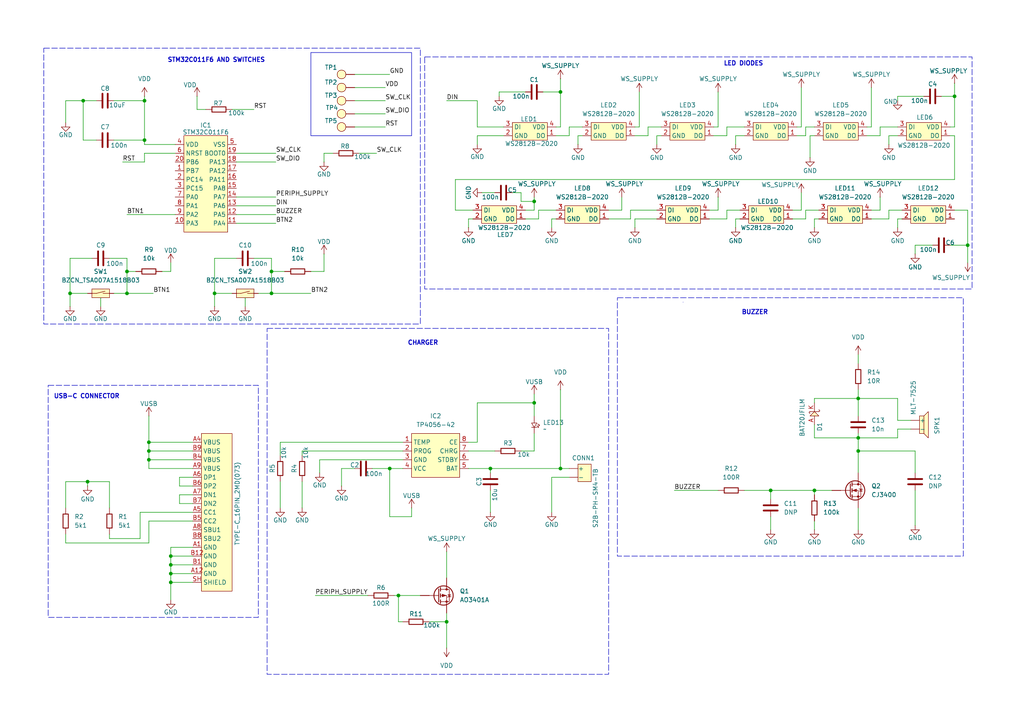
<source format=kicad_sch>
(kicad_sch (version 20231120) (generator "eeschema") (generator_version "8.0")
  (paper "A4")
  (lib_symbols
    (symbol "Borna KiCAD Library:BZCN_TSA007A1518B03" (pin_numbers hide) (pin_names hide)
      (property "Reference" "SW" (at 0 4.064 0))
      (property "Value" "BZCN_TSA007A1518B03" (at 0 2.286 0))
      (symbol "BZCN_TSA007A1518B03_1_1"
        (pin passive line (at -3.81 0 0) (length 1.27) (name "SW1") (number "1"))
        (pin passive line (at 3.81 0 180) (length 1.27) (name "SW2") (number "2"))
        (pin passive line (at 0 -1.27 0) (length 0) (name "PAD") (number "PAD"))
      )
    )
    (symbol "Borna KiCAD Library:C1206" (pin_numbers hide) (pin_names hide)
      (property "Reference" "C?" (at 0 3.81 0))
      (property "Value" "VALUE" (at 0 -3.81 0))
      (symbol "C1206_1_1"
        (pin passive line (at -2.54 0 0) (length 1.8) (name "~") (number "1"))
        (pin passive line (at 2.54 0 180) (length 1.8) (name "~") (number "2"))
      )
    )
    (symbol "Borna KiCAD Library:STM32C011F6"
      (property "Reference" "IC" (at -5.588 -15.24 0))
      (property "Value" "STM32C011F6" (at 0 14.986 0))
      (symbol "STM32C011F6_1_1"
        (pin passive line (at -8.89 3.81 0) (length 2.54) (name "PB7") (number "1"))
        (pin passive line (at -8.89 -11.43 0) (length 2.54) (name "PA3") (number "10"))
        (pin passive line (at 8.89 -11.43 180) (length 2.54) (name "PA4") (number "11"))
        (pin passive line (at 8.89 -8.89 180) (length 2.54) (name "PA5") (number "12"))
        (pin passive line (at 8.89 -6.35 180) (length 2.54) (name "PA6") (number "13"))
        (pin passive line (at 8.89 -3.81 180) (length 2.54) (name "PA7") (number "14"))
        (pin passive line (at 8.89 -1.27 180) (length 2.54) (name "PA8") (number "15"))
        (pin passive line (at 8.89 1.27 180) (length 2.54) (name "PA11") (number "16"))
        (pin passive line (at 8.89 3.81 180) (length 2.54) (name "PA12") (number "17"))
        (pin passive line (at 8.89 6.35 180) (length 2.54) (name "PA13") (number "18"))
        (pin passive line (at 8.89 8.89 180) (length 2.54) (name "BOOT0") (number "19"))
        (pin passive line (at -8.89 1.27 0) (length 2.54) (name "PC14") (number "2"))
        (pin passive line (at -8.89 6.35 0) (length 2.54) (name "PB6") (number "20"))
        (pin passive line (at -8.89 -1.27 0) (length 2.54) (name "PC15") (number "3"))
        (pin passive line (at -8.89 11.43 0) (length 2.54) (name "VDD") (number "4"))
        (pin passive line (at 8.89 11.43 180) (length 2.54) (name "VSS") (number "5"))
        (pin passive line (at -8.89 8.89 0) (length 2.54) (name "NRST") (number "6"))
        (pin passive line (at -8.89 -3.81 0) (length 2.54) (name "PA0") (number "7"))
        (pin passive line (at -8.89 -6.35 0) (length 2.54) (name "PA1") (number "8"))
        (pin passive line (at -8.89 -8.89 0) (length 2.54) (name "PA2") (number "9"))
      )
    )
    (symbol "Borna KiCAD Library:AO3401A" (pin_numbers hide) (pin_names hide)
      (property "Reference" "Q" (at 1.524 -3.556 0))
      (property "Value" "AO3401A" (at 3.556 0 90))
      (symbol "AO3401A_1_1"
        (pin input line (at -7.62 0 0) (length 2.54) (name "G") (number "1"))
        (pin passive line (at 0 5.08 270) (length 2.54) (name "D") (number "2"))
        (pin passive line (at 0 -5.08 90) (length 2.54) (name "S") (number "3"))
      )
    )
    (symbol "Borna KiCAD Library:BAT20JFILM" (pin_names hide)
      (property "Reference" "D" (at 0.762 -2.286 0))
      (property "Value" "BAT20JFILM" (at 0.762 2.54 0))
      (symbol "BAT20JFILM_1_1"
        (pin passive line (at -2.54 0 0) (length 2.54) (name "A") (number "A"))
        (pin passive line (at 3.81 0 180) (length 2.54) (name "K") (number "K"))
      )
    )
    (symbol "Borna KiCAD Library:BZCN_TSA007A1518B03" (pin_numbers hide) (pin_names hide)
      (property "Reference" "SW" (at 0 4.064 0))
      (property "Value" "BZCN_TSA007A1518B03" (at 0 2.286 0))
      (symbol "BZCN_TSA007A1518B03_1_1"
        (pin passive line (at -3.81 0 0) (length 1.27) (name "SW1") (number "1"))
        (pin passive line (at 3.81 0 180) (length 1.27) (name "SW2") (number "2"))
        (pin passive line (at 0 -1.27 0) (length 0) (name "PAD") (number "PAD"))
      )
    )
    (symbol "Borna KiCAD Library:C0603" (pin_numbers hide) (pin_names hide)
      (property "Reference" "C?" (at 0 3.81 0))
      (property "Value" "VALUE" (at 0 -3.81 0))
      (symbol "C0603_1_1"
        (pin passive line (at -2.54 0 0) (length 1.8) (name "~") (number "1"))
        (pin passive line (at 2.54 0 180) (length 1.8) (name "~") (number "2"))
      )
    )
    (symbol "Borna KiCAD Library:C1206" (pin_numbers hide) (pin_names hide)
      (property "Reference" "C?" (at 0 3.81 0))
      (property "Value" "VALUE" (at 0 -3.81 0))
      (symbol "C1206_1_1"
        (pin passive line (at -2.54 0 0) (length 1.8) (name "~") (number "1"))
        (pin passive line (at 2.54 0 180) (length 1.8) (name "~") (number "2"))
      )
    )
    (symbol "Borna KiCAD Library:CJ3400" (pin_numbers hide) (pin_names hide)
      (property "Reference" "Q" (at 1.524 -4.572 0))
      (property "Value" "CJ3400" (at 3.302 0 90))
      (symbol "CJ3400_1_1"
        (pin input line (at -7.62 0 0) (length 2.54) (name "G") (number "1"))
        (pin passive line (at 0 5.08 270) (length 2.54) (name "D") (number "2"))
        (pin passive line (at 0 -5.08 90) (length 2.54) (name "S") (number "3"))
      )
    )
    (symbol "Borna KiCAD Library:LED_0603" (pin_numbers hide) (pin_names hide)
      (property "Reference" "LED" (at 0 -1.778 0))
      (symbol "LED_0603_1_1"
        (pin passive line (at -2.54 0 0) (length 1.27) (name "A") (number "1"))
        (pin passive line (at 2.54 0 180) (length 1.27) (name "K") (number "2"))
      )
    )
    (symbol "Borna KiCAD Library:MLT-7525" (pin_numbers hide) (pin_names (offset 0.002))
      (property "Reference" "SPK" (at 0 -4.572 0))
      (property "Value" "MLT-7525" (at 3.81 0 90))
      (symbol "MLT-7525_1_1"
        (pin passive line (at -2.54 1.27 0) (length 2.54) (name "+") (number "+"))
        (pin passive line (at -2.54 -1.27 0) (length 2.54) (name "-") (number "-"))
      )
    )
    (symbol "Borna KiCAD Library:R0603" (pin_numbers hide) (pin_names hide)
      (property "Reference" "R?" (at 0 2.54 0))
      (property "Value" "VALUE" (at 0 -2.54 0))
      (symbol "R0603_1_1"
        (pin passive line (at -3.81 0 0) (length 1.7) (name "~") (number "1"))
        (pin passive line (at 3.81 0 180) (length 1.7) (name "~") (number "2"))
      )
    )
    (symbol "Borna KiCAD Library:S2B-PH-SM4-TB" (pin_numbers hide) (pin_names (offset 0.002))
      (property "Reference" "CONN" (at 1.778 -3.81 0))
      (property "Value" "S2B-PH-SM4-TB" (at 0.254 3.556 0))
      (symbol "S2B-PH-SM4-TB_1_1"
        (pin input line (at -2.54 1.27 0) (length 2.54) (name "+") (number "+"))
        (pin input line (at -2.54 -1.27 0) (length 2.54) (name "-") (number "-"))
      )
    )
    (symbol "Borna KiCAD Library:TP-1_5mm" (pin_numbers hide) (pin_names hide)
      (property "Reference" "TP" (at 0 -1.778 0))
      (symbol "TP-1_5mm_1_1"
        (pin input line (at 1.27 0 180) (length 2.54) (name "TP") (number "1"))
      )
    )
    (symbol "Borna KiCAD Library:TP4056-42"
      (property "Reference" "IC" (at -0.254 7.366 0))
      (property "Value" "TP4056-42" (at -0.254 -7.62 0))
      (symbol "TP4056-42_1_1"
        (pin passive line (at -10.16 3.81 0) (length 2.54) (name "TEMP") (number "1"))
        (pin passive line (at -10.16 1.27 0) (length 2.54) (name "PROG") (number "2"))
        (pin passive line (at -10.16 -1.27 0) (length 2.54) (name "GND") (number "3"))
        (pin passive line (at -10.16 -3.81 0) (length 2.54) (name "VCC") (number "4"))
        (pin passive line (at 8.89 -3.81 180) (length 2.54) (name "BAT") (number "5"))
        (pin passive line (at 8.89 -1.27 180) (length 2.54) (name "STDBY") (number "6"))
        (pin passive line (at 8.89 1.27 180) (length 2.54) (name "CHRG") (number "7"))
        (pin passive line (at 8.89 3.81 180) (length 2.54) (name "CE") (number "8"))
      )
    )
    (symbol "Borna KiCAD Library:TYPE-C_16PIN_2MD(073)"
      (property "Reference" "CONN" (at -0.254 -25.908 0))
      (property "Value" "TYPE-C_16PIN_2MD(073)" (at -0.254 -24.13 0))
      (symbol "TYPE-C_16PIN_2MD(073)_1_1"
        (pin passive line (at -6.35 -10.16 0) (length 2.54) (name "GND") (number "A1"))
        (pin passive line (at -6.35 -17.78 0) (length 2.54) (name "GND") (number "A12"))
        (pin passive line (at -6.35 20.32 0) (length 2.54) (name "VBUS") (number "A4"))
        (pin passive line (at -6.35 0 0) (length 2.54) (name "CC1") (number "A5"))
        (pin passive line (at -6.35 10.16 0) (length 2.54) (name "DP1") (number "A6"))
        (pin passive line (at -6.35 5.08 0) (length 2.54) (name "DN1") (number "A7"))
        (pin passive line (at -6.35 -5.08 0) (length 2.54) (name "SBU1") (number "A8"))
        (pin passive line (at -6.35 12.7 0) (length 2.54) (name "VBUS") (number "A9"))
        (pin passive line (at -6.35 -15.24 0) (length 2.54) (name "GND") (number "B1"))
        (pin passive line (at -6.35 -12.7 0) (length 2.54) (name "GND") (number "B12"))
        (pin passive line (at -6.35 15.24 0) (length 2.54) (name "VBUS") (number "B4"))
        (pin passive line (at -6.35 -2.54 0) (length 2.54) (name "CC2") (number "B5"))
        (pin passive line (at -6.35 7.62 0) (length 2.54) (name "DP2") (number "B6"))
        (pin passive line (at -6.35 2.54 0) (length 2.54) (name "DN2") (number "B7"))
        (pin passive line (at -6.35 -7.62 0) (length 2.54) (name "SBU2") (number "B8"))
        (pin passive line (at -6.35 17.78 0) (length 2.54) (name "VBUS") (number "B9"))
        (pin passive line (at -6.35 -20.32 0) (length 2.54) (name "SHIELD") (number "SH"))
      )
    )
    (symbol "Borna KiCAD Library:WS2812B-2020"
      (property "Reference" "LED" (at 0 3.81 0))
      (property "Value" "WS2812B-2020" (at 0.254 -3.81 0))
      (symbol "WS2812B-2020_1_1"
        (pin passive line (at 7.62 -1.27 180) (length 2.54) (name "DO") (number "1"))
        (pin passive line (at -7.62 -1.27 0) (length 2.54) (name "GND") (number "2"))
        (pin passive line (at -7.62 1.27 0) (length 2.54) (name "DI") (number "3"))
        (pin passive line (at 7.62 1.27 180) (length 2.54) (name "VDD") (number "4"))
      )
    )
    (symbol "power:GND" (power) (pin_numbers hide) (pin_names (offset 0) hide)
      (property "Value" "GND" (at 0 -3.81 0))
      (symbol "GND_1_1"
        (pin power_in line (at 0 0 270) (length 0) (name "~") (number "1"))
      )
    )
    (symbol "power:VCC" (power) (pin_numbers hide) (pin_names (offset 0) hide)
      (property "Value" "VCC" (at 0 3.556 0))
      (symbol "VCC_1_1"
        (pin power_in line (at 0 0 90) (length 0) (name "~") (number "1"))
      )
    )
    (symbol "power:VDD" (power) (pin_numbers hide) (pin_names (offset 0) hide)
      (property "Value" "VDD" (at 0 3.556 0))
      (symbol "VDD_1_1"
        (pin power_in line (at 0 0 90) (length 0) (name "~") (number "1"))
      )
    )
  )
  (junction (at 236.22 142.24))
  (junction (at 248.92 115.57))
  (junction (at 43.18 130.81))
  (junction (at 280.67 71.12))
  (junction (at 49.53 166.37))
  (junction (at 142.24 135.89))
  (junction (at 78.74 85.09))
  (junction (at 41.91 40.64))
  (junction (at 36.83 78.74))
  (junction (at 113.03 135.89))
  (junction (at 248.92 127))
  (junction (at 115.57 172.72))
  (junction (at 78.74 78.74))
  (junction (at 24.13 29.21))
  (junction (at 129.54 180.34))
  (junction (at 62.23 85.09))
  (junction (at 25.4 139.7))
  (junction (at 49.53 163.83))
  (junction (at 248.92 130.81))
  (junction (at 162.56 26.67))
  (junction (at 223.52 142.24))
  (junction (at 154.94 116.84))
  (junction (at 43.18 128.27))
  (junction (at 36.83 85.09))
  (junction (at 43.18 133.35))
  (junction (at 49.53 168.91))
  (junction (at 20.32 85.09))
  (junction (at 162.56 135.89))
  (junction (at 49.53 161.29))
  (junction (at 41.91 29.21))
  (junction (at 154.94 58.42))
  (junction (at 276.86 27.94))
  (wire (pts (xy 36.83 85.09) (xy 44.45 85.09)))
  (wire (pts (xy 151.13 130.81) (xy 154.94 130.81)))
  (wire (pts (xy 43.18 128.27) (xy 55.88 128.27)))
  (wire (pts (xy 78.74 78.74) (xy 78.74 85.09)))
  (wire (pts (xy 25.4 139.7) (xy 25.4 140.97)))
  (wire (pts (xy 52.07 143.51) (xy 52.07 146.05)))
  (wire (pts (xy 55.88 158.75) (xy 49.53 158.75)))
  (wire (pts (xy 24.13 40.64) (xy 24.13 29.21)))
  (wire (pts (xy 261.62 63.5) (xy 260.35 63.5)))
  (wire (pts (xy 162.56 135.89) (xy 165.1 135.89)))
  (wire (pts (xy 129.54 29.21) (xy 138.43 29.21)))
  (wire (pts (xy 168.91 39.37) (xy 167.64 39.37)))
  (wire (pts (xy 104.14 44.45) (xy 109.22 44.45)))
  (wire (pts (xy 113.03 135.89) (xy 113.03 149.86)))
  (wire (pts (xy 57.15 27.94) (xy 57.15 31.75)))
  (wire (pts (xy 265.43 142.24) (xy 265.43 152.4)))
  (wire (pts (xy 205.74 63.5) (xy 210.82 63.5)))
  (wire (pts (xy 210.82 36.83) (xy 215.9 36.83)))
  (wire (pts (xy 31.75 147.32) (xy 31.75 139.7)))
  (wire (pts (xy 232.41 55.88) (xy 232.41 60.96)))
  (wire (pts (xy 43.18 130.81) (xy 55.88 130.81)))
  (wire (pts (xy 43.18 157.48) (xy 19.05 157.48)))
  (wire (pts (xy 195.58 142.24) (xy 208.28 142.24)))
  (wire (pts (xy 33.02 29.21) (xy 41.91 29.21)))
  (wire (pts (xy 87.63 130.81) (xy 87.63 132.08)))
  (wire (pts (xy 78.74 85.09) (xy 90.17 85.09)))
  (wire (pts (xy 142.24 135.89) (xy 162.56 135.89)))
  (wire (pts (xy 146.05 39.37) (xy 138.43 39.37)))
  (wire (pts (xy 135.89 135.89) (xy 142.24 135.89)))
  (wire (pts (xy 27.94 40.64) (xy 24.13 40.64)))
  (wire (pts (xy 234.95 39.37) (xy 234.95 45.72)))
  (wire (pts (xy 187.96 36.83) (xy 191.77 36.83)))
  (wire (pts (xy 41.91 29.21) (xy 41.91 40.64)))
  (wire (pts (xy 91.44 172.72) (xy 106.68 172.72)))
  (wire (pts (xy 229.87 63.5) (xy 233.68 63.5)))
  (wire (pts (xy 129.54 177.8) (xy 129.54 180.34)))
  (wire (pts (xy 231.14 36.83) (xy 232.41 36.83)))
  (wire (pts (xy 233.68 39.37) (xy 233.68 36.83)))
  (wire (pts (xy 184.15 63.5) (xy 184.15 66.04)))
  (wire (pts (xy 31.75 139.7) (xy 25.4 139.7)))
  (wire (pts (xy 233.68 60.96) (xy 237.49 60.96)))
  (wire (pts (xy 257.81 39.37) (xy 257.81 41.91)))
  (wire (pts (xy 142.24 142.24) (xy 142.24 148.59)))
  (wire (pts (xy 36.83 78.74) (xy 39.37 78.74)))
  (wire (pts (xy 248.92 102.87) (xy 248.92 105.41)))
  (wire (pts (xy 71.12 86.36) (xy 71.12 88.9)))
  (wire (pts (xy 68.58 59.69) (xy 80.01 59.69)))
  (wire (pts (xy 36.83 62.23) (xy 50.8 62.23)))
  (wire (pts (xy 210.82 63.5) (xy 210.82 60.96)))
  (wire (pts (xy 49.53 166.37) (xy 49.53 168.91)))
  (wire (pts (xy 162.56 113.03) (xy 162.56 135.89)))
  (wire (pts (xy 176.53 60.96) (xy 180.34 60.96)))
  (wire (pts (xy 55.88 135.89) (xy 43.18 135.89)))
  (wire (pts (xy 273.05 27.94) (xy 276.86 27.94)))
  (wire (pts (xy 43.18 128.27) (xy 43.18 130.81)))
  (wire (pts (xy 205.74 60.96) (xy 208.28 60.96)))
  (wire (pts (xy 26.67 74.93) (xy 20.32 74.93)))
  (wire (pts (xy 102.87 29.21) (xy 111.76 29.21)))
  (wire (pts (xy 160.02 63.5) (xy 160.02 66.04)))
  (wire (pts (xy 92.71 133.35) (xy 92.71 137.16)))
  (wire (pts (xy 49.53 161.29) (xy 55.88 161.29)))
  (wire (pts (xy 67.31 31.75) (xy 73.66 31.75)))
  (wire (pts (xy 236.22 39.37) (xy 234.95 39.37)))
  (wire (pts (xy 236.22 142.24) (xy 236.22 143.51)))
  (wire (pts (xy 157.48 26.67) (xy 162.56 26.67)))
  (wire (pts (xy 162.56 26.67) (xy 162.56 36.83)))
  (wire (pts (xy 161.29 39.37) (xy 165.1 39.37)))
  (wire (pts (xy 275.59 71.12) (xy 280.67 71.12)))
  (wire (pts (xy 260.35 127) (xy 260.35 124.46)))
  (wire (pts (xy 33.02 40.64) (xy 41.91 40.64)))
  (wire (pts (xy 154.94 130.81) (xy 154.94 125.73)))
  (wire (pts (xy 223.52 142.24) (xy 236.22 142.24)))
  (wire (pts (xy 187.96 39.37) (xy 187.96 36.83)))
  (wire (pts (xy 251.46 36.83) (xy 252.73 36.83)))
  (wire (pts (xy 154.94 60.96) (xy 154.94 58.42)))
  (wire (pts (xy 68.58 44.45) (xy 80.01 44.45)))
  (wire (pts (xy 81.28 128.27) (xy 81.28 132.08)))
  (wire (pts (xy 62.23 85.09) (xy 62.23 88.9)))
  (wire (pts (xy 132.08 60.96) (xy 137.16 60.96)))
  (wire (pts (xy 43.18 151.13) (xy 43.18 157.48)))
  (wire (pts (xy 236.22 151.13) (xy 236.22 153.67)))
  (wire (pts (xy 31.75 74.93) (xy 36.83 74.93)))
  (wire (pts (xy 151.13 58.42) (xy 154.94 58.42)))
  (wire (pts (xy 52.07 146.05) (xy 55.88 146.05)))
  (wire (pts (xy 87.63 130.81) (xy 116.84 130.81)))
  (wire (pts (xy 55.88 148.59) (xy 40.64 148.59)))
  (wire (pts (xy 223.52 149.86) (xy 223.52 153.67)))
  (wire (pts (xy 55.88 138.43) (xy 52.07 138.43)))
  (wire (pts (xy 215.9 142.24) (xy 223.52 142.24)))
  (wire (pts (xy 236.22 63.5) (xy 236.22 66.04)))
  (wire (pts (xy 59.69 31.75) (xy 57.15 31.75)))
  (wire (pts (xy 161.29 63.5) (xy 160.02 63.5)))
  (wire (pts (xy 152.4 26.67) (xy 144.78 26.67)))
  (wire (pts (xy 36.83 78.74) (xy 36.83 85.09)))
  (wire (pts (xy 213.36 63.5) (xy 213.36 66.04)))
  (wire (pts (xy 210.82 60.96) (xy 214.63 60.96)))
  (wire (pts (xy 19.05 139.7) (xy 25.4 139.7)))
  (wire (pts (xy 55.88 151.13) (xy 43.18 151.13)))
  (wire (pts (xy 49.53 166.37) (xy 55.88 166.37)))
  (wire (pts (xy 81.28 128.27) (xy 116.84 128.27)))
  (wire (pts (xy 129.54 180.34) (xy 129.54 187.96)))
  (wire (pts (xy 280.67 60.96) (xy 280.67 71.12)))
  (wire (pts (xy 135.89 63.5) (xy 135.89 66.04)))
  (wire (pts (xy 236.22 142.24) (xy 241.3 142.24)))
  (wire (pts (xy 248.92 147.32) (xy 248.92 153.67)))
  (wire (pts (xy 40.64 148.59) (xy 40.64 156.21)))
  (wire (pts (xy 213.36 39.37) (xy 213.36 41.91)))
  (wire (pts (xy 248.92 113.03) (xy 248.92 115.57)))
  (wire (pts (xy 154.94 58.42) (xy 154.94 57.15)))
  (wire (pts (xy 93.98 73.66) (xy 93.98 78.74)))
  (wire (pts (xy 107.95 135.89) (xy 113.03 135.89)))
  (wire (pts (xy 99.06 135.89) (xy 99.06 140.97)))
  (wire (pts (xy 132.08 52.07) (xy 132.08 60.96)))
  (wire (pts (xy 50.8 44.45) (xy 41.91 44.45)))
  (wire (pts (xy 74.93 85.09) (xy 78.74 85.09)))
  (wire (pts (xy 113.03 149.86) (xy 119.38 149.86)))
  (wire (pts (xy 248.92 127) (xy 260.35 127)))
  (wire (pts (xy 248.92 130.81) (xy 248.92 137.16)))
  (wire (pts (xy 19.05 29.21) (xy 24.13 29.21)))
  (wire (pts (xy 265.43 71.12) (xy 265.43 73.66)))
  (wire (pts (xy 102.87 25.4) (xy 111.76 25.4)))
  (wire (pts (xy 232.41 25.4) (xy 232.41 36.83)))
  (wire (pts (xy 78.74 78.74) (xy 82.55 78.74)))
  (wire (pts (xy 90.17 78.74) (xy 93.98 78.74)))
  (wire (pts (xy 260.35 115.57) (xy 260.35 121.92)))
  (wire (pts (xy 167.64 39.37) (xy 167.64 41.91)))
  (wire (pts (xy 255.27 57.15) (xy 255.27 60.96)))
  (wire (pts (xy 280.67 71.12) (xy 280.67 76.2)))
  (wire (pts (xy 138.43 116.84) (xy 154.94 116.84)))
  (wire (pts (xy 165.1 138.43) (xy 160.02 138.43)))
  (wire (pts (xy 49.53 168.91) (xy 55.88 168.91)))
  (wire (pts (xy 152.4 63.5) (xy 156.21 63.5)))
  (wire (pts (xy 114.3 172.72) (xy 115.57 172.72)))
  (wire (pts (xy 210.82 39.37) (xy 210.82 36.83)))
  (wire (pts (xy 68.58 64.77) (xy 80.01 64.77)))
  (wire (pts (xy 185.42 26.67) (xy 185.42 36.83)))
  (wire (pts (xy 236.22 115.57) (xy 248.92 115.57)))
  (wire (pts (xy 142.24 135.89) (xy 142.24 137.16)))
  (wire (pts (xy 276.86 60.96) (xy 280.67 60.96)))
  (wire (pts (xy 223.52 142.24) (xy 223.52 144.78)))
  (wire (pts (xy 248.92 127) (xy 248.92 130.81)))
  (wire (pts (xy 146.05 36.83) (xy 138.43 36.83)))
  (wire (pts (xy 207.01 36.83) (xy 208.28 36.83)))
  (wire (pts (xy 248.92 125.73) (xy 248.92 127)))
  (wire (pts (xy 208.28 57.15) (xy 208.28 60.96)))
  (wire (pts (xy 62.23 74.93) (xy 62.23 85.09)))
  (wire (pts (xy 102.87 21.59) (xy 113.03 21.59)))
  (wire (pts (xy 138.43 39.37) (xy 138.43 41.91)))
  (wire (pts (xy 276.86 52.07) (xy 132.08 52.07)))
  (wire (pts (xy 165.1 39.37) (xy 165.1 36.83)))
  (wire (pts (xy 275.59 39.37) (xy 276.86 39.37)))
  (wire (pts (xy 24.13 29.21) (xy 27.94 29.21)))
  (wire (pts (xy 260.35 27.94) (xy 260.35 29.21)))
  (wire (pts (xy 231.14 39.37) (xy 233.68 39.37)))
  (wire (pts (xy 49.53 161.29) (xy 49.53 163.83)))
  (wire (pts (xy 124.46 180.34) (xy 129.54 180.34)))
  (wire (pts (xy 50.8 41.91) (xy 41.91 41.91)))
  (wire (pts (xy 270.51 71.12) (xy 265.43 71.12)))
  (wire (pts (xy 62.23 85.09) (xy 67.31 85.09)))
  (wire (pts (xy 43.18 133.35) (xy 43.18 135.89)))
  (wire (pts (xy 233.68 36.83) (xy 236.22 36.83)))
  (wire (pts (xy 215.9 39.37) (xy 213.36 39.37)))
  (wire (pts (xy 156.21 63.5) (xy 156.21 60.96)))
  (wire (pts (xy 33.02 85.09) (xy 36.83 85.09)))
  (wire (pts (xy 144.78 26.67) (xy 144.78 27.94)))
  (wire (pts (xy 248.92 127) (xy 236.22 127)))
  (wire (pts (xy 49.53 168.91) (xy 49.53 173.99)))
  (wire (pts (xy 49.53 76.2) (xy 49.53 78.74)))
  (wire (pts (xy 260.35 124.46) (xy 264.16 124.46)))
  (wire (pts (xy 49.53 163.83) (xy 49.53 166.37)))
  (wire (pts (xy 52.07 140.97) (xy 55.88 140.97)))
  (wire (pts (xy 35.56 46.99) (xy 41.91 46.99)))
  (wire (pts (xy 154.94 116.84) (xy 154.94 120.65)))
  (wire (pts (xy 236.22 123.19) (xy 236.22 127)))
  (wire (pts (xy 191.77 39.37) (xy 190.5 39.37)))
  (wire (pts (xy 49.53 158.75) (xy 49.53 161.29)))
  (wire (pts (xy 49.53 163.83) (xy 55.88 163.83)))
  (wire (pts (xy 162.56 22.86) (xy 162.56 26.67)))
  (wire (pts (xy 276.86 27.94) (xy 276.86 36.83)))
  (wire (pts (xy 87.63 139.7) (xy 87.63 147.32)))
  (wire (pts (xy 208.28 26.67) (xy 208.28 36.83)))
  (wire (pts (xy 260.35 39.37) (xy 257.81 39.37)))
  (wire (pts (xy 255.27 39.37) (xy 255.27 36.83)))
  (wire (pts (xy 68.58 46.99) (xy 80.01 46.99)))
  (wire (pts (xy 248.92 130.81) (xy 265.43 130.81)))
  (wire (pts (xy 43.18 120.65) (xy 43.18 128.27)))
  (wire (pts (xy 252.73 60.96) (xy 255.27 60.96)))
  (wire (pts (xy 41.91 27.94) (xy 41.91 29.21)))
  (wire (pts (xy 19.05 157.48) (xy 19.05 154.94)))
  (wire (pts (xy 180.34 57.15) (xy 180.34 60.96)))
  (wire (pts (xy 156.21 60.96) (xy 161.29 60.96)))
  (wire (pts (xy 116.84 180.34) (xy 115.57 180.34)))
  (wire (pts (xy 260.35 63.5) (xy 260.35 66.04)))
  (wire (pts (xy 237.49 63.5) (xy 236.22 63.5)))
  (wire (pts (xy 275.59 36.83) (xy 276.86 36.83)))
  (wire (pts (xy 68.58 62.23) (xy 80.01 62.23)))
  (wire (pts (xy 102.87 135.89) (xy 99.06 135.89)))
  (wire (pts (xy 152.4 60.96) (xy 154.94 60.96)))
  (wire (pts (xy 248.92 115.57) (xy 260.35 115.57)))
  (wire (pts (xy 68.58 74.93) (xy 62.23 74.93)))
  (wire (pts (xy 46.99 78.74) (xy 49.53 78.74)))
  (wire (pts (xy 29.21 86.36) (xy 29.21 88.9)))
  (wire (pts (xy 229.87 60.96) (xy 232.41 60.96)))
  (wire (pts (xy 81.28 139.7) (xy 81.28 147.32)))
  (wire (pts (xy 176.53 63.5) (xy 182.88 63.5)))
  (wire (pts (xy 251.46 39.37) (xy 255.27 39.37)))
  (wire (pts (xy 113.03 135.89) (xy 116.84 135.89)))
  (wire (pts (xy 52.07 138.43) (xy 52.07 140.97)))
  (wire (pts (xy 257.81 60.96) (xy 261.62 60.96)))
  (wire (pts (xy 41.91 40.64) (xy 41.91 41.91)))
  (wire (pts (xy 264.16 121.92) (xy 260.35 121.92)))
  (wire (pts (xy 184.15 39.37) (xy 187.96 39.37)))
  (wire (pts (xy 148.59 55.88) (xy 151.13 55.88)))
  (wire (pts (xy 160.02 138.43) (xy 160.02 148.59)))
  (wire (pts (xy 257.81 63.5) (xy 257.81 60.96)))
  (wire (pts (xy 137.16 63.5) (xy 135.89 63.5)))
  (wire (pts (xy 139.7 55.88) (xy 143.51 55.88)))
  (wire (pts (xy 182.88 60.96) (xy 190.5 60.96)))
  (wire (pts (xy 116.84 133.35) (xy 92.71 133.35)))
  (wire (pts (xy 138.43 128.27) (xy 138.43 116.84)))
  (wire (pts (xy 154.94 114.3) (xy 154.94 116.84)))
  (wire (pts (xy 252.73 63.5) (xy 257.81 63.5)))
  (wire (pts (xy 135.89 130.81) (xy 143.51 130.81)))
  (wire (pts (xy 151.13 55.88) (xy 151.13 58.42)))
  (wire (pts (xy 252.73 25.4) (xy 252.73 36.83)))
  (wire (pts (xy 236.22 116.84) (xy 236.22 115.57)))
  (wire (pts (xy 214.63 63.5) (xy 213.36 63.5)))
  (wire (pts (xy 129.54 160.02) (xy 129.54 167.64)))
  (wire (pts (xy 55.88 143.51) (xy 52.07 143.51)))
  (wire (pts (xy 19.05 29.21) (xy 19.05 35.56)))
  (wire (pts (xy 41.91 44.45) (xy 41.91 46.99)))
  (wire (pts (xy 20.32 74.93) (xy 20.32 85.09)))
  (wire (pts (xy 102.87 36.83) (xy 111.76 36.83)))
  (wire (pts (xy 135.89 128.27) (xy 138.43 128.27)))
  (wire (pts (xy 20.32 85.09) (xy 20.32 88.9)))
  (wire (pts (xy 31.75 156.21) (xy 31.75 154.94)))
  (wire (pts (xy 276.86 24.13) (xy 276.86 27.94)))
  (wire (pts (xy 190.5 63.5) (xy 184.15 63.5)))
  (wire (pts (xy 255.27 36.83) (xy 260.35 36.83)))
  (wire (pts (xy 19.05 147.32) (xy 19.05 139.7)))
  (wire (pts (xy 96.52 44.45) (xy 93.98 44.45)))
  (wire (pts (xy 115.57 172.72) (xy 121.92 172.72)))
  (wire (pts (xy 190.5 39.37) (xy 190.5 41.91)))
  (wire (pts (xy 161.29 36.83) (xy 162.56 36.83)))
  (wire (pts (xy 73.66 74.93) (xy 78.74 74.93)))
  (wire (pts (xy 102.87 33.02) (xy 111.76 33.02)))
  (wire (pts (xy 93.98 44.45) (xy 93.98 46.99)))
  (wire (pts (xy 68.58 57.15) (xy 80.01 57.15)))
  (wire (pts (xy 165.1 36.83) (xy 168.91 36.83)))
  (wire (pts (xy 115.57 172.72) (xy 115.57 180.34)))
  (wire (pts (xy 182.88 63.5) (xy 182.88 60.96)))
  (wire (pts (xy 43.18 133.35) (xy 55.88 133.35)))
  (wire (pts (xy 25.4 85.09) (xy 20.32 85.09)))
  (wire (pts (xy 248.92 115.57) (xy 248.92 120.65)))
  (wire (pts (xy 233.68 63.5) (xy 233.68 60.96)))
  (wire (pts (xy 267.97 27.94) (xy 260.35 27.94)))
  (wire (pts (xy 184.15 36.83) (xy 185.42 36.83)))
  (wire (pts (xy 36.83 74.93) (xy 36.83 78.74)))
  (wire (pts (xy 40.64 156.21) (xy 31.75 156.21)))
  (wire (pts (xy 276.86 39.37) (xy 276.86 52.07)))
  (wire (pts (xy 43.18 130.81) (xy 43.18 133.35)))
  (wire (pts (xy 265.43 130.81) (xy 265.43 137.16)))
  (wire (pts (xy 207.01 39.37) (xy 210.82 39.37)))
  (wire (pts (xy 138.43 29.21) (xy 138.43 36.83)))
  (wire (pts (xy 119.38 147.32) (xy 119.38 149.86)))
  (wire (pts (xy 78.74 74.93) (xy 78.74 78.74)))
  (rectangle (start 13.97 111.76) (end 74.93 179.07) (stroke (width 0) (type dash)))
  (rectangle (start 123.19 16.51) (end 281.94 83.82) (stroke (width 0) (type dash)))
  (rectangle (start 198.12 87.63) (end 198.12 87.63))
  (rectangle (start 90.17 15.24) (end 119.38 39.37))
  (rectangle (start 12.7 13.97) (end 121.92 93.98) (stroke (width 0) (type dash)))
  (rectangle (start 179.07 86.36) (end 279.4 161.29) (stroke (width 0) (type dash)))
  (rectangle (start 77.47 95.25) (end 176.53 195.58) (stroke (width 0) (type dash)))
  (text "BUZZER" (at 218.948 90.678 0) (effects (font (size 1.27 1.27) (thickness 0.254) (bold yes))))
  (text "CHARGER" (at 122.682 99.568 0) (effects (font (size 1.27 1.27) (thickness 0.254) (bold yes))))
  (text "STM32C011F6 AND SWITCHES\n" (at 62.738 17.526 0) (effects (font (size 1.27 1.27) (thickness 0.254) (bold yes))))
  (text "LED DIODES\n" (at 215.646 18.542 0) (effects (font (size 1.27 1.27) (thickness 0.254) (bold yes))))
  (text "USB-C CONNECTOR" (at 25.146 115.062 0) (effects (font (size 1.27 1.27) (thickness 0.254) (bold yes))))
  (label "PERIPH_SUPPLY" (at 91.44 172.72 0))
  (label "PERIPH_SUPPLY" (at 80.01 57.15 0))
  (label "BUZZER" (at 195.58 142.24 0))
  (label "SW_DIO" (at 80.01 46.99 0))
  (label "DIN" (at 80.01 59.69 0))
  (label "SW_CLK" (at 80.01 44.45 0))
  (label "RST" (at 73.66 31.75 0))
  (label "SW_DIO" (at 111.76 33.02 0))
  (label "BUZZER" (at 80.01 62.23 0))
  (label "BTN2" (at 80.01 64.77 0))
  (label "VDD" (at 111.76 25.4 0))
  (label "GND" (at 113.03 21.59 0))
  (label "DIN" (at 129.54 29.21 0))
  (label "SW_CLK" (at 109.22 44.45 0))
  (label "RST" (at 111.76 36.83 0))
  (label "SW_CLK" (at 111.76 29.21 0))
  (label "BTN1" (at 36.83 62.23 0))
  (label "BTN2" (at 90.17 85.09 0))
  (label "RST" (at 35.56 46.99 0))
  (label "BTN1" (at 44.45 85.09 0))
  (symbol (lib_id "power:GND") (at 62.23 88.9 0) (unit 1)
    (property "Reference" "#PWR047" (effects (hide yes)))
    (property "Value" "GND" (at 62.23 92.456 0))
    (property "Description" "Power symbol creates a global label with name \"GND\" , ground" (effects (hide yes)))
  )
  (symbol (lib_id "power:VCC") (at 57.15 27.94 0) (unit 1)
    (property "Reference" "#PWR043" (effects (hide yes)))
    (property "Value" "VDD" (at 55.118 24.638 0))
    (property "Description" "Power symbol creates a global label with name \"VCC\"" (effects (hide yes)))
  )
  (symbol (lib_id "power:GND") (at 29.21 88.9 0) (mirror y) (unit 1)
    (property "Reference" "#PWR057" (effects (hide yes)))
    (property "Value" "GND" (at 29.21 92.456 0))
    (property "Description" "Power symbol creates a global label with name \"GND\" , ground" (effects (hide yes)))
  )
  (symbol (lib_id "power:GND") (at 99.06 140.97 0) (unit 1)
    (property "Reference" "#PWR018" (effects (hide yes)))
    (property "Value" "GND" (at 99.06 144.526 0))
    (property "Description" "Power symbol creates a global label with name \"GND\" , ground" (effects (hide yes)))
  )
  (symbol (lib_id "Borna KiCAD Library:TP-1_5mm") (at 101.6 36.83 0) (unit 1)
    (property "Reference" "TP5" (at 96.012 35.052 0))
    (property "Footprint" "Borna KiCAD Library:TP-1_5mm" (effects (hide yes)))
  )
  (symbol (lib_id "Borna KiCAD Library:R0603") (at 120.65 180.34 0) (unit 1)
    (property "Reference" "R11" (at 120.65 178.054 0))
    (property "Value" "100k" (at 125.222 181.356 0))
    (property "Footprint" "Borna KiCAD Library:R0603" (effects (hide yes)))
  )
  (symbol (lib_id "Borna KiCAD Library:WS2812B-2020") (at 144.78 62.23 0) (unit 1)
    (property "Reference" "LED7" (at 146.558 68.072 0))
    (property "Value" "WS2812B-2020" (at 146.304 66.04 0))
    (property "Footprint" "Borna KiCAD Library:WS2812B-2020" (effects (hide yes)))
  )
  (symbol (lib_id "power:GND") (at 248.92 153.67 0) (unit 1)
    (property "Reference" "#PWR053" (effects (hide yes)))
    (property "Value" "GND" (at 248.92 157.226 0))
    (property "Description" "Power symbol creates a global label with name \"GND\" , ground" (effects (hide yes)))
  )
  (symbol (lib_id "power:GND") (at 49.53 173.99 0) (unit 1)
    (property "Reference" "#PWR013" (effects (hide yes)))
    (property "Value" "GND" (at 49.53 177.546 0))
    (property "Description" "Power symbol creates a global label with name \"GND\" , ground" (effects (hide yes)))
  )
  (symbol (lib_id "power:GND") (at 93.98 46.99 0) (unit 1)
    (property "Reference" "#PWR044" (effects (hide yes)))
    (property "Value" "GND" (at 93.98 50.546 0))
    (property "Description" "Power symbol creates a global label with name \"GND\" , ground" (effects (hide yes)))
  )
  (symbol (lib_id "Borna KiCAD Library:C0603") (at 265.43 139.7 90) (unit 1)
    (property "Reference" "C12" (at 269.24 138.4299 90) (effects (justify right)))
    (property "Value" "DNP" (at 269.24 140.9699 90) (effects (justify right)))
    (property "Footprint" "Borna KiCAD Library:C0603" (effects (hide yes)))
  )
  (symbol (lib_id "Borna KiCAD Library:WS2812B-2020") (at 269.24 62.23 0) (unit 1)
    (property "Reference" "LED12" (at 269.24 54.61 0))
    (property "Value" "WS2812B-2020" (at 269.24 57.15 0))
    (property "Footprint" "Borna KiCAD Library:WS2812B-2020" (effects (hide yes)))
  )
  (symbol (lib_id "power:VDD") (at 280.67 76.2 180) (unit 1)
    (property "Reference" "#PWR041" (effects (hide yes)))
    (property "Value" "WS_SUPPLY" (at 275.844 80.518 0))
    (property "Description" "Power symbol creates a global label with name \"VDD\"" (effects (hide yes)))
  )
  (symbol (lib_id "Borna KiCAD Library:WS2812B-2020") (at 198.12 62.23 0) (unit 1)
    (property "Reference" "LED9" (at 198.12 54.61 0))
    (property "Value" "WS2812B-2020" (at 198.12 57.15 0))
    (property "Footprint" "Borna KiCAD Library:WS2812B-2020" (effects (hide yes)))
  )
  (symbol (lib_id "power:GND") (at 184.15 66.04 0) (unit 1)
    (property "Reference" "#PWR09" (effects (hide yes)))
    (property "Value" "GND" (at 184.15 69.85 0))
    (property "Description" "Power symbol creates a global label with name \"GND\" , ground" (effects (hide yes)))
  )
  (symbol (lib_id "Borna KiCAD Library:WS2812B-2020") (at 222.25 62.23 0) (unit 1)
    (property "Reference" "LED10" (at 222.758 58.42 0))
    (property "Value" "WS2812B-2020" (at 222.504 66.04 0))
    (property "Footprint" "Borna KiCAD Library:WS2812B-2020" (effects (hide yes)))
  )
  (symbol (lib_id "power:GND") (at 265.43 152.4 0) (unit 1)
    (property "Reference" "#PWR054" (effects (hide yes)))
    (property "Value" "GND" (at 265.43 155.956 0))
    (property "Description" "Power symbol creates a global label with name \"GND\" , ground" (effects (hide yes)))
  )
  (symbol (lib_id "Borna KiCAD Library:C0603") (at 29.21 74.93 0) (unit 1)
    (property "Reference" "C9" (at 29.21 71.12 0))
    (property "Value" "100n" (at 33.274 76.454 0))
    (property "Footprint" "Borna KiCAD Library:C0603" (effects (hide yes)))
  )
  (symbol (lib_id "power:GND") (at 71.12 88.9 0) (unit 1)
    (property "Reference" "#PWR056" (effects (hide yes)))
    (property "Value" "GND" (at 71.12 92.456 0))
    (property "Description" "Power symbol creates a global label with name \"GND\" , ground" (effects (hide yes)))
  )
  (symbol (lib_id "power:GND") (at 25.4 140.97 0) (unit 1)
    (property "Reference" "#PWR015" (effects (hide yes)))
    (property "Value" "GND" (at 25.4 144.78 0))
    (property "Description" "Power symbol creates a global label with name \"GND\" , ground" (effects (hide yes)))
  )
  (symbol (lib_id "power:VDD") (at 154.94 57.15 0) (unit 1)
    (property "Reference" "#PWR034" (effects (hide yes)))
    (property "Value" "WS_SUPPLY" (at 155.702 53.34 0))
    (property "Description" "Power symbol creates a global label with name \"VDD\"" (effects (hide yes)))
  )
  (symbol (lib_id "Borna KiCAD Library:BAT20JFILM") (at 236.22 120.65 90) (unit 1)
    (property "Reference" "D1" (at 237.744 122.428 0) (effects (justify right)))
    (property "Value" "BAT20JFILM" (at 232.664 115.57 0) (effects (justify right)))
    (property "Footprint" "Borna KiCAD Library:SOD323" (effects (hide yes)))
  )
  (symbol (lib_id "power:GND") (at 144.78 27.94 0) (unit 1)
    (property "Reference" "#PWR032" (effects (hide yes)))
    (property "Value" "GND" (at 144.78 31.496 0))
    (property "Description" "Power symbol creates a global label with name \"GND\" , ground" (effects (hide yes)))
  )
  (symbol (lib_id "Borna KiCAD Library:C0603") (at 270.51 27.94 0) (unit 1)
    (property "Reference" "C4" (at 270.51 24.384 0))
    (property "Value" "100n" (at 266.7 29.21 0))
    (property "Footprint" "Borna KiCAD Library:C0603" (effects (hide yes)))
  )
  (symbol (lib_id "Borna KiCAD Library:WS2812B-2020") (at 223.52 38.1 0) (unit 1)
    (property "Reference" "LED4" (at 223.52 30.48 0))
    (property "Value" "WS2812B-2020" (at 223.52 33.02 0))
    (property "Footprint" "Borna KiCAD Library:WS2812B-2020" (effects (hide yes)))
  )
  (symbol (lib_id "power:GND") (at 81.28 147.32 0) (unit 1)
    (property "Reference" "#PWR025" (effects (hide yes)))
    (property "Value" "GND" (at 81.28 150.876 0))
    (property "Description" "Power symbol creates a global label with name \"GND\" , ground" (effects (hide yes)))
  )
  (symbol (lib_id "power:VDD") (at 248.92 102.87 0) (unit 1)
    (property "Reference" "#PWR055" (effects (hide yes)))
    (property "Value" "VDD" (at 248.92 97.79 0))
    (property "Description" "Power symbol creates a global label with name \"VDD\"" (effects (hide yes)))
  )
  (symbol (lib_id "power:VCC") (at 93.98 73.66 0) (unit 1)
    (property "Reference" "#PWR048" (effects (hide yes)))
    (property "Value" "VDD" (at 93.98 70.104 0))
    (property "Description" "Power symbol creates a global label with name \"VCC\"" (effects (hide yes)))
  )
  (symbol (lib_id "Borna KiCAD Library:C0603") (at 30.48 40.64 0) (unit 1)
    (property "Reference" "C7" (at 30.48 36.83 0))
    (property "Value" "100n" (at 34.544 42.164 0))
    (property "Footprint" "Borna KiCAD Library:C0603" (effects (hide yes)))
  )
  (symbol (lib_id "power:VDD") (at 255.27 57.15 0) (unit 1)
    (property "Reference" "#PWR039" (effects (hide yes)))
    (property "Value" "WS_SUPPLY" (at 256.032 53.34 0))
    (property "Description" "Power symbol creates a global label with name \"VDD\"" (effects (hide yes)))
  )
  (symbol (lib_id "Borna KiCAD Library:C1206") (at 30.48 29.21 0) (unit 1)
    (property "Reference" "C8" (at 30.48 25.654 0))
    (property "Value" "10uF" (at 34.036 30.48 0))
    (property "Footprint" "Borna KiCAD Library:C1206" (effects (hide yes)))
  )
  (symbol (lib_id "power:GND") (at 190.5 41.91 0) (unit 1)
    (property "Reference" "#PWR03" (effects (hide yes)))
    (property "Value" "GND" (at 190.5 45.72 0))
    (property "Description" "Power symbol creates a global label with name \"GND\" , ground" (effects (hide yes)))
  )
  (symbol (lib_id "Borna KiCAD Library:WS2812B-2020") (at 153.67 38.1 0) (unit 1)
    (property "Reference" "LED1" (at 153.416 34.544 0))
    (property "Value" "WS2812B-2020" (at 154.178 41.656 0))
    (property "Footprint" "Borna KiCAD Library:WS2812B-2020" (effects (hide yes)))
  )
  (symbol (lib_id "Borna KiCAD Library:R0603") (at 87.63 135.89 90) (unit 1)
    (property "Reference" "R4" (at 85.344 135.89 0))
    (property "Value" "10k" (at 88.646 131.318 0))
    (property "Footprint" "Borna KiCAD Library:R0603" (effects (hide yes)))
  )
  (symbol (lib_id "Borna KiCAD Library:R0603") (at 110.49 172.72 0) (unit 1)
    (property "Reference" "R6" (at 110.49 170.434 0))
    (property "Value" "100R" (at 110.49 175.006 0))
    (property "Footprint" "Borna KiCAD Library:R0603" (effects (hide yes)))
  )
  (symbol (lib_id "power:GND") (at 260.35 66.04 0) (unit 1)
    (property "Reference" "#PWR012" (effects (hide yes)))
    (property "Value" "GND" (at 260.35 69.85 0))
    (property "Description" "Power symbol creates a global label with name \"GND\" , ground" (effects (hide yes)))
  )
  (symbol (lib_id "power:VCC") (at 49.53 76.2 0) (unit 1)
    (property "Reference" "#PWR046" (effects (hide yes)))
    (property "Value" "VDD" (at 49.53 72.644 0))
    (property "Description" "Power symbol creates a global label with name \"VCC\"" (effects (hide yes)))
  )
  (symbol (lib_id "power:VDD") (at 276.86 24.13 0) (unit 1)
    (property "Reference" "#PWR030" (effects (hide yes)))
    (property "Value" "WS_SUPPLY" (at 275.082 20.574 0))
    (property "Description" "Power symbol creates a global label with name \"VDD\"" (effects (hide yes)))
  )
  (symbol (lib_id "power:GND") (at 87.63 147.32 0) (unit 1)
    (property "Reference" "#PWR026" (effects (hide yes)))
    (property "Value" "GND" (at 87.63 150.876 0))
    (property "Description" "Power symbol creates a global label with name \"GND\" , ground" (effects (hide yes)))
  )
  (symbol (lib_id "power:GND") (at 138.43 41.91 0) (unit 1)
    (property "Reference" "#PWR01" (effects (hide yes)))
    (property "Value" "GND" (at 138.43 45.466 0))
    (property "Description" "Power symbol creates a global label with name \"GND\" , ground" (effects (hide yes)))
  )
  (symbol (lib_id "power:GND") (at 213.36 66.04 0) (unit 1)
    (property "Reference" "#PWR010" (effects (hide yes)))
    (property "Value" "GND" (at 213.36 69.85 0))
    (property "Description" "Power symbol creates a global label with name \"GND\" , ground" (effects (hide yes)))
  )
  (symbol (lib_id "power:VCC") (at 154.94 114.3 0) (unit 1)
    (property "Reference" "#PWR021" (effects (hide yes)))
    (property "Value" "VUSB" (at 154.94 110.744 0))
    (property "Description" "Power symbol creates a global label with name \"VCC\"" (effects (hide yes)))
  )
  (symbol (lib_id "Borna KiCAD Library:MLT-7525") (at 266.7 123.19 0) (unit 1)
    (property "Reference" "SPK1" (at 271.78 125.984 90) (effects (justify left)))
    (property "Value" "MLT-7525" (at 264.922 120.396 90) (effects (justify left)))
    (property "Footprint" "Borna KiCAD Library:MTL-7525" (effects (hide yes)))
  )
  (symbol (lib_id "Borna KiCAD Library:C0603") (at 248.92 123.19 90) (unit 1)
    (property "Reference" "C13" (at 252.73 121.9199 90) (effects (justify right)))
    (property "Value" "10n" (at 252.73 124.4599 90) (effects (justify right)))
    (property "Footprint" "Borna KiCAD Library:C0603" (effects (hide yes)))
  )
  (symbol (lib_id "Borna KiCAD Library:LED_0603") (at 154.94 123.19 270) (unit 1)
    (property "Reference" "LED13" (at 157.48 122.5549 90) (effects (justify left)))
    (property "Value" "~" (at 157.48 124.46 90) (effects (justify left)))
    (property "Footprint" "Borna KiCAD Library:LED_0603" (effects (hide yes)))
  )
  (symbol (lib_id "Borna KiCAD Library:WS2812B-2020") (at 199.39 38.1 0) (unit 1)
    (property "Reference" "LED3" (at 199.39 30.48 0))
    (property "Value" "WS2812B-2020" (at 199.39 33.02 0))
    (property "Footprint" "Borna KiCAD Library:WS2812B-2020" (effects (hide yes)))
  )
  (symbol (lib_id "Borna KiCAD Library:R0603") (at 86.36 78.74 0) (unit 1)
    (property "Reference" "R10" (at 86.36 72.39 0))
    (property "Value" "10k" (at 86.36 74.93 0))
    (property "Footprint" "Borna KiCAD Library:R0603" (effects (hide yes)))
  )
  (symbol (lib_id "power:VDD") (at 162.56 113.03 0) (unit 1)
    (property "Reference" "#PWR020" (effects (hide yes)))
    (property "Value" "VDD" (at 162.56 107.95 0))
    (property "Description" "Power symbol creates a global label with name \"VDD\"" (effects (hide yes)))
  )
  (symbol (lib_id "Borna KiCAD Library:C0603") (at 223.52 147.32 90) (unit 1)
    (property "Reference" "C11" (at 227.33 146.0499 90) (effects (justify right)))
    (property "Value" "DNP" (at 227.33 148.5899 90) (effects (justify right)))
    (property "Footprint" "Borna KiCAD Library:C0603" (effects (hide yes)))
  )
  (symbol (lib_id "Borna KiCAD Library:STM32C011F6") (at 59.69 53.34 0) (unit 1)
    (property "Reference" "IC1" (at 59.69 36.322 0))
    (property "Value" "STM32C011F6" (at 59.69 38.354 0))
    (property "Footprint" "Borna KiCAD Library:TSSOP20" (effects (hide yes)))
  )
  (symbol (lib_id "Borna KiCAD Library:BZCN_TSA007A1518B03") (at 29.21 85.09 0) (unit 1)
    (property "Reference" "SW1" (at 29.21 78.74 0))
    (property "Value" "BZCN_TSA007A1518B03" (at 29.21 81.28 0))
    (property "Footprint" "Borna KiCAD Library:TSA007A1518B03" (effects (hide yes)))
    (property "Description" "C2888419" (effects (hide yes)))
  )
  (symbol (lib_id "Borna KiCAD Library:C0603") (at 71.12 74.93 0) (unit 1)
    (property "Reference" "C10" (at 71.12 71.12 0))
    (property "Value" "100n" (at 75.184 76.454 0))
    (property "Footprint" "Borna KiCAD Library:C0603" (effects (hide yes)))
  )
  (symbol (lib_id "Borna KiCAD Library:C0603") (at 273.05 71.12 0) (unit 1)
    (property "Reference" "C6" (at 275.59 70.358 0))
    (property "Value" "100n" (at 269.24 72.39 0))
    (property "Footprint" "Borna KiCAD Library:C0603" (effects (hide yes)))
  )
  (symbol (lib_id "power:GND") (at 139.7 55.88 270) (unit 1)
    (property "Reference" "#PWR035" (effects (hide yes)))
    (property "Value" "GND" (at 135.89 55.88 0))
    (property "Description" "Power symbol creates a global label with name \"GND\" , ground" (effects (hide yes)))
  )
  (symbol (lib_id "power:VDD") (at 252.73 25.4 0) (unit 1)
    (property "Reference" "#PWR029" (effects (hide yes)))
    (property "Value" "WS_SUPPLY" (at 252.73 21.59 0))
    (property "Description" "Power symbol creates a global label with name \"VDD\"" (effects (hide yes)))
  )
  (symbol (lib_id "Borna KiCAD Library:TP4056-42") (at 127 132.08 0) (unit 1)
    (property "Reference" "IC2" (at 126.365 120.65 0))
    (property "Value" "TP4056-42" (at 126.365 123.19 0))
    (property "Footprint" "Borna KiCAD Library:EMSOP" (effects (hide yes)))
  )
  (symbol (lib_id "power:GND") (at 234.95 45.72 0) (unit 1)
    (property "Reference" "#PWR028" (effects (hide yes)))
    (property "Value" "GND" (at 234.95 49.53 0))
    (property "Description" "Power symbol creates a global label with name \"GND\" , ground" (effects (hide yes)))
  )
  (symbol (lib_id "power:VCC") (at 41.91 27.94 0) (unit 1)
    (property "Reference" "#PWR024" (effects (hide yes)))
    (property "Value" "VDD" (at 41.91 22.86 0))
    (property "Description" "Power symbol creates a global label with name \"VCC\"" (effects (hide yes)))
  )
  (symbol (lib_id "power:GND") (at 260.35 29.21 0) (unit 1)
    (property "Reference" "#PWR033" (effects (hide yes)))
    (property "Value" "GND" (at 258.318 29.464 0))
    (property "Description" "Power symbol creates a global label with name \"GND\" , ground" (effects (hide yes)))
  )
  (symbol (lib_id "Borna KiCAD Library:BZCN_TSA007A1518B03") (at 71.12 85.09 0) (unit 1)
    (property "Reference" "SW2" (at 71.12 78.74 0))
    (property "Value" "BZCN_TSA007A1518B03" (at 71.12 81.28 0))
    (property "Footprint" "Borna KiCAD Library:TSA007A1518B03" (effects (hide yes)))
    (property "Description" "C2888419" (effects (hide yes)))
  )
  (symbol (lib_id "power:GND") (at 92.71 137.16 0) (unit 1)
    (property "Reference" "#PWR016" (effects (hide yes)))
    (property "Value" "GND" (at 92.71 140.716 0))
    (property "Description" "Power symbol creates a global label with name \"GND\" , ground" (effects (hide yes)))
  )
  (symbol (lib_id "power:GND") (at 213.36 41.91 0) (unit 1)
    (property "Reference" "#PWR04" (effects (hide yes)))
    (property "Value" "GND" (at 213.36 45.72 0))
    (property "Description" "Power symbol creates a global label with name \"GND\" , ground" (effects (hide yes)))
  )
  (symbol (lib_id "Borna KiCAD Library:TYPE-C_16PIN_2MD(073)") (at 62.23 148.59 0) (unit 1)
    (property "Reference" "CONN2" (effects (hide yes)))
    (property "Value" "TYPE-C_16PIN_2MD(073)" (at 68.834 158.242 90) (effects (justify left)))
    (property "Footprint" "Borna KiCAD Library:TYPE-C_16PIN_2MD(073)" (effects (hide yes)))
    (property "Description" "C2765186" (effects (hide yes)))
  )
  (symbol (lib_id "Borna KiCAD Library:TP-1_5mm") (at 101.6 33.02 0) (unit 1)
    (property "Reference" "TP4" (at 96.266 31.242 0))
    (property "Footprint" "Borna KiCAD Library:TP-1_5mm" (effects (hide yes)))
  )
  (symbol (lib_id "power:VDD") (at 180.34 57.15 0) (unit 1)
    (property "Reference" "#PWR036" (effects (hide yes)))
    (property "Value" "WS_SUPPLY" (at 181.102 53.34 0))
    (property "Description" "Power symbol creates a global label with name \"VDD\"" (effects (hide yes)))
  )
  (symbol (lib_id "power:GND") (at 236.22 153.67 0) (unit 1)
    (property "Reference" "#PWR052" (effects (hide yes)))
    (property "Value" "GND" (at 236.22 157.226 0))
    (property "Description" "Power symbol creates a global label with name \"GND\" , ground" (effects (hide yes)))
  )
  (symbol (lib_id "Borna KiCAD Library:C0603") (at 105.41 135.89 0) (unit 1)
    (property "Reference" "C2" (at 102.87 134.874 0))
    (property "Value" "100n" (at 108.458 137.414 0))
    (property "Footprint" "Borna KiCAD Library:C0603" (effects (hide yes)))
  )
  (symbol (lib_id "power:VDD") (at 232.41 55.88 0) (unit 1)
    (property "Reference" "#PWR038" (effects (hide yes)))
    (property "Value" "WS_SUPPLY" (at 226.314 53.594 0))
    (property "Description" "Power symbol creates a global label with name \"VDD\"" (effects (hide yes)))
  )
  (symbol (lib_id "Borna KiCAD Library:R0603") (at 43.18 78.74 0) (unit 1)
    (property "Reference" "R9" (at 43.18 72.39 0))
    (property "Value" "10k" (at 43.18 74.93 0))
    (property "Footprint" "Borna KiCAD Library:R0603" (effects (hide yes)))
  )
  (symbol (lib_id "Borna KiCAD Library:R0603") (at 31.75 151.13 90) (unit 1)
    (property "Reference" "R1" (at 34.29 149.8599 90) (effects (justify right)))
    (property "Value" "5k1" (at 34.29 152.3999 90) (effects (justify right)))
    (property "Footprint" "Borna KiCAD Library:R0603" (effects (hide yes)))
  )
  (symbol (lib_id "Borna KiCAD Library:WS2812B-2020") (at 245.11 62.23 0) (unit 1)
    (property "Reference" "LED11" (at 245.11 54.61 0))
    (property "Value" "WS2812B-2020" (at 245.11 57.15 0))
    (property "Footprint" "Borna KiCAD Library:WS2812B-2020" (effects (hide yes)))
  )
  (symbol (lib_id "Borna KiCAD Library:S2B-PH-SM4-TB") (at 167.64 137.16 0) (unit 1)
    (property "Reference" "CONN1" (at 165.862 132.842 0) (effects (justify left)))
    (property "Value" "S2B-PH-SM4-TB" (at 172.72 153.162 90) (effects (justify left)))
    (property "Footprint" "Borna KiCAD Library:JST_S2B-PH-SM4-TB" (effects (hide yes)))
  )
  (symbol (lib_id "power:VDD") (at 208.28 57.15 0) (unit 1)
    (property "Reference" "#PWR037" (effects (hide yes)))
    (property "Value" "WS_SUPPLY" (at 209.042 53.34 0))
    (property "Description" "Power symbol creates a global label with name \"VDD\"" (effects (hide yes)))
  )
  (symbol (lib_id "power:GND") (at 160.02 66.04 0) (unit 1)
    (property "Reference" "#PWR08" (effects (hide yes)))
    (property "Value" "GND" (at 160.02 69.85 0))
    (property "Description" "Power symbol creates a global label with name \"GND\" , ground" (effects (hide yes)))
  )
  (symbol (lib_id "power:GND") (at 160.02 148.59 0) (unit 1)
    (property "Reference" "#PWR027" (effects (hide yes)))
    (property "Value" "GND" (at 160.02 152.146 0))
    (property "Description" "Power symbol creates a global label with name \"GND\" , ground" (effects (hide yes)))
  )
  (symbol (lib_id "power:VCC") (at 43.18 120.65 0) (unit 1)
    (property "Reference" "#PWR014" (effects (hide yes)))
    (property "Value" "VUSB" (at 43.18 117.094 0))
    (property "Description" "Power symbol creates a global label with name \"VCC\"" (effects (hide yes)))
  )
  (symbol (lib_id "Borna KiCAD Library:CJ3400") (at 248.92 142.24 0) (unit 1)
    (property "Reference" "Q2" (at 252.73 140.9699 0) (effects (justify left)))
    (property "Value" "CJ3400" (at 252.73 143.5099 0) (effects (justify left)))
    (property "Footprint" "Borna KiCAD Library:SOT-23-3L" (effects (hide yes)))
    (property "Description" "C19019" (effects (hide yes)))
  )
  (symbol (lib_id "power:VCC") (at 119.38 147.32 0) (unit 1)
    (property "Reference" "#PWR017" (effects (hide yes)))
    (property "Value" "VUSB" (at 119.38 143.764 0))
    (property "Description" "Power symbol creates a global label with name \"VCC\"" (effects (hide yes)))
  )
  (symbol (lib_id "power:GND") (at 19.05 35.56 0) (unit 1)
    (property "Reference" "#PWR042" (effects (hide yes)))
    (property "Value" "GND" (at 19.05 39.116 0))
    (property "Description" "Power symbol creates a global label with name \"GND\" , ground" (effects (hide yes)))
  )
  (symbol (lib_id "Borna KiCAD Library:R0603") (at 147.32 130.81 0) (unit 1)
    (property "Reference" "R3" (at 147.32 128.524 0))
    (property "Value" "10k" (at 151.892 131.826 0))
    (property "Footprint" "Borna KiCAD Library:R0603" (effects (hide yes)))
  )
  (symbol (lib_id "Borna KiCAD Library:R0603") (at 81.28 135.89 90) (unit 1)
    (property "Reference" "R5" (at 78.994 135.89 0))
    (property "Value" "10k" (at 82.296 131.318 0))
    (property "Footprint" "Borna KiCAD Library:R0603" (effects (hide yes)))
  )
  (symbol (lib_id "Borna KiCAD Library:TP-1_5mm") (at 101.6 25.4 0) (unit 1)
    (property "Reference" "TP2" (at 96.012 23.876 0))
    (property "Footprint" "Borna KiCAD Library:TP-1_5mm" (effects (hide yes)))
  )
  (symbol (lib_id "Borna KiCAD Library:TP-1_5mm") (at 101.6 29.21 0) (unit 1)
    (property "Reference" "TP3" (at 96.012 27.686 0))
    (property "Footprint" "Borna KiCAD Library:TP-1_5mm" (effects (hide yes)))
  )
  (symbol (lib_id "Borna KiCAD Library:WS2812B-2020") (at 243.84 38.1 0) (unit 1)
    (property "Reference" "LED5" (at 243.84 30.48 0))
    (property "Value" "WS2812B-2020" (at 243.84 33.02 0))
    (property "Footprint" "Borna KiCAD Library:WS2812B-2020" (effects (hide yes)))
  )
  (symbol (lib_id "Borna KiCAD Library:TP-1_5mm") (at 101.6 21.59 0) (unit 1)
    (property "Reference" "TP1" (at 96.012 19.558 0))
    (property "Footprint" "Borna KiCAD Library:TP-1_5mm" (effects (hide yes)))
  )
  (symbol (lib_id "power:VDD") (at 162.56 22.86 0) (unit 1)
    (property "Reference" "#PWR031" (effects (hide yes)))
    (property "Value" "WS_SUPPLY" (at 162.56 19.05 0))
    (property "Description" "Power symbol creates a global label with name \"VDD\"" (effects (hide yes)))
  )
  (symbol (lib_id "Borna KiCAD Library:R0603") (at 63.5 31.75 0) (unit 1)
    (property "Reference" "R7" (at 63.246 29.972 0))
    (property "Value" "100k" (at 68.58 32.766 0))
    (property "Footprint" "Borna KiCAD Library:R0603" (effects (hide yes)))
  )
  (symbol (lib_id "Borna KiCAD Library:AO3401A") (at 129.54 172.72 0) (unit 1)
    (property "Reference" "Q1" (at 133.35 171.4499 0) (effects (justify left)))
    (property "Value" "AO3401A" (at 133.35 173.9899 0) (effects (justify left)))
    (property "Footprint" "Borna KiCAD Library:SOT-23-3L" (effects (hide yes)))
    (property "Description" "C5224202" (effects (hide yes)))
  )
  (symbol (lib_id "power:GND") (at 142.24 148.59 0) (unit 1)
    (property "Reference" "#PWR019" (effects (hide yes)))
    (property "Value" "GND" (at 142.24 152.146 0))
    (property "Description" "Power symbol creates a global label with name \"GND\" , ground" (effects (hide yes)))
  )
  (symbol (lib_id "Borna KiCAD Library:R0603") (at 19.05 151.13 90) (unit 1)
    (property "Reference" "R2" (at 21.59 149.8599 90) (effects (justify right)))
    (property "Value" "5k1" (at 21.59 152.3999 90) (effects (justify right)))
    (property "Footprint" "Borna KiCAD Library:R0603" (effects (hide yes)))
  )
  (symbol (lib_id "Borna KiCAD Library:R0603") (at 212.09 142.24 0) (unit 1)
    (property "Reference" "R12" (at 212.09 135.89 0))
    (property "Value" "100R" (at 212.09 138.43 0))
    (property "Footprint" "Borna KiCAD Library:R0603" (effects (hide yes)))
  )
  (symbol (lib_id "Borna KiCAD Library:WS2812B-2020") (at 176.53 38.1 0) (unit 1)
    (property "Reference" "LED2" (at 176.53 30.48 0))
    (property "Value" "WS2812B-2020" (at 176.53 33.02 0))
    (property "Footprint" "Borna KiCAD Library:WS2812B-2020" (effects (hide yes)))
  )
  (symbol (lib_id "Borna KiCAD Library:R0603") (at 248.92 109.22 90) (unit 1)
    (property "Reference" "R14" (at 251.46 107.9499 90) (effects (justify right)))
    (property "Value" "10R" (at 251.46 110.4899 90) (effects (justify right)))
    (property "Footprint" "Borna KiCAD Library:R0603" (effects (hide yes)))
  )
  (symbol (lib_id "power:GND") (at 236.22 66.04 0) (unit 1)
    (property "Reference" "#PWR011" (effects (hide yes)))
    (property "Value" "GND" (at 236.22 69.85 0))
    (property "Description" "Power symbol creates a global label with name \"GND\" , ground" (effects (hide yes)))
  )
  (symbol (lib_id "Borna KiCAD Library:C1206") (at 142.24 139.7 90) (unit 1)
    (property "Reference" "C3" (at 138.938 139.7 0))
    (property "Value" "10u" (at 143.51 143.51 0))
    (property "Footprint" "Borna KiCAD Library:C1206" (effects (hide yes)))
  )
  (symbol (lib_id "power:VDD") (at 185.42 26.67 0) (unit 1)
    (property "Reference" "#PWR05" (effects (hide yes)))
    (property "Value" "WS_SUPPLY" (at 185.42 22.86 0))
    (property "Description" "Power symbol creates a global label with name \"VDD\"" (effects (hide yes)))
  )
  (symbol (lib_id "Borna KiCAD Library:WS2812B-2020") (at 267.97 38.1 0) (unit 1)
    (property "Reference" "LED6" (at 268.224 34.036 0))
    (property "Value" "WS2812B-2020" (at 267.97 42.164 0))
    (property "Footprint" "Borna KiCAD Library:WS2812B-2020" (effects (hide yes)))
  )
  (symbol (lib_id "power:GND") (at 265.43 73.66 0) (unit 1)
    (property "Reference" "#PWR040" (effects (hide yes)))
    (property "Value" "GND" (at 265.43 77.47 0))
    (property "Description" "Power symbol creates a global label with name \"GND\" , ground" (effects (hide yes)))
  )
  (symbol (lib_id "power:VDD") (at 129.54 187.96 180) (unit 1)
    (property "Reference" "#PWR049" (effects (hide yes)))
    (property "Value" "VDD" (at 129.54 193.04 0))
    (property "Description" "Power symbol creates a global label with name \"VDD\"" (effects (hide yes)))
  )
  (symbol (lib_id "power:VDD") (at 208.28 26.67 0) (unit 1)
    (property "Reference" "#PWR022" (effects (hide yes)))
    (property "Value" "WS_SUPPLY" (at 208.28 22.86 0))
    (property "Description" "Power symbol creates a global label with name \"VDD\"" (effects (hide yes)))
  )
  (symbol (lib_id "power:GND") (at 223.52 153.67 0) (unit 1)
    (property "Reference" "#PWR051" (effects (hide yes)))
    (property "Value" "GND" (at 223.52 157.226 0))
    (property "Description" "Power symbol creates a global label with name \"GND\" , ground" (effects (hide yes)))
  )
  (symbol (lib_id "Borna KiCAD Library:R0603") (at 100.33 44.45 0) (unit 1)
    (property "Reference" "R8" (at 100.076 42.418 0))
    (property "Value" "100k" (at 105.156 45.466 0))
    (property "Footprint" "Borna KiCAD Library:R0603" (effects (hide yes)))
  )
  (symbol (lib_id "Borna KiCAD Library:WS2812B-2020") (at 168.91 62.23 0) (unit 1)
    (property "Reference" "LED8" (at 168.91 54.61 0))
    (property "Value" "WS2812B-2020" (at 168.91 57.15 0))
    (property "Footprint" "Borna KiCAD Library:WS2812B-2020" (effects (hide yes)))
  )
  (symbol (lib_id "Borna KiCAD Library:C0603") (at 154.94 26.67 0) (unit 1)
    (property "Reference" "C1" (at 154.94 23.114 0))
    (property "Value" "100n" (at 151.13 27.94 0))
    (property "Footprint" "Borna KiCAD Library:C0603" (effects (hide yes)))
  )
  (symbol (lib_id "power:GND") (at 257.81 41.91 0) (unit 1)
    (property "Reference" "#PWR06" (effects (hide yes)))
    (property "Value" "GND" (at 257.81 45.72 0))
    (property "Description" "Power symbol creates a global label with name \"GND\" , ground" (effects (hide yes)))
  )
  (symbol (lib_id "power:VDD") (at 232.41 25.4 0) (unit 1)
    (property "Reference" "#PWR023" (effects (hide yes)))
    (property "Value" "WS_SUPPLY" (at 232.41 21.59 0))
    (property "Description" "Power symbol creates a global label with name \"VDD\"" (effects (hide yes)))
  )
  (symbol (lib_id "power:GND") (at 167.64 41.91 0) (unit 1)
    (property "Reference" "#PWR02" (effects (hide yes)))
    (property "Value" "GND" (at 167.64 45.72 0))
    (property "Description" "Power symbol creates a global label with name \"GND\" , ground" (effects (hide yes)))
  )
  (symbol (lib_id "power:VDD") (at 129.54 160.02 0) (unit 1)
    (property "Reference" "#PWR050" (effects (hide yes)))
    (property "Value" "WS_SUPPLY" (at 129.54 156.21 0))
    (property "Description" "Power symbol creates a global label with name \"VDD\"" (effects (hide yes)))
  )
  (symbol (lib_id "power:GND") (at 20.32 88.9 0) (unit 1)
    (property "Reference" "#PWR045" (effects (hide yes)))
    (property "Value" "GND" (at 20.32 92.456 0))
    (property "Description" "Power symbol creates a global label with name \"GND\" , ground" (effects (hide yes)))
  )
  (symbol (lib_id "Borna KiCAD Library:C0603") (at 146.05 55.88 0) (unit 1)
    (property "Reference" "C5" (at 148.59 55.118 0))
    (property "Value" "100n" (at 142.24 57.15 0))
    (property "Footprint" "Borna KiCAD Library:C0603" (effects (hide yes)))
  )
  (symbol (lib_id "Borna KiCAD Library:R0603") (at 236.22 147.32 90) (unit 1)
    (property "Reference" "R13" (at 238.76 146.0499 90) (effects (justify right)))
    (property "Value" "100k" (at 238.76 148.5899 90) (effects (justify right)))
    (property "Footprint" "Borna KiCAD Library:R0603" (effects (hide yes)))
  )
  (symbol (lib_id "power:GND") (at 135.89 66.04 0) (unit 1)
    (property "Reference" "#PWR07" (effects (hide yes)))
    (property "Value" "GND" (at 135.89 69.85 0))
    (property "Description" "Power symbol creates a global label with name \"GND\" , ground" (effects (hide yes)))
  )
)
</source>
